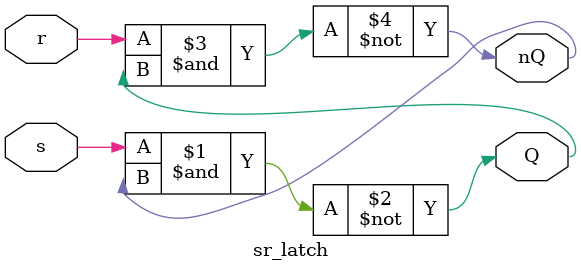
<source format=v>
module sr_latch(s, r, Q, nQ);
  input s,r;
  output Q, nQ;
  assign Q = ~ (s & nQ);
  assign nQ = ~ (r & Q);
endmodule
</source>
